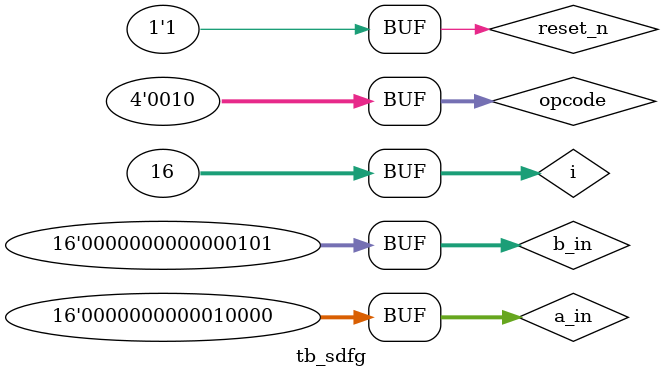
<source format=v>
`timescale 1ns / 1ps


module tb_sdfg();
 reg clock;
    reg reset_n;
    reg [15:0] a_in, b_in;
    reg [3:0] opcode;
    wire [15:0] ALU_OUT;
    wire CarryOut;
    wire sign;
    wire zero;
    wire parity;
 
    integer i;
    
    alu_16_bit DUT (clk,reset_n, a_in,b_in, opcode,ALU_Out,CarryOut,sign,zero,parity);
   
 
    initial clock = 1'b0; 
 
  
    always #10 clock = ~clk;
 
   
    initial begin
        a_in = 16'h0;
        b_in = 16'h0;
        opcode = 4'h0;
        reset_n= 0;
         #100 reset_n =1;
         a_in = 16'h10;
        b_in = 16'h05;
        opcode = 4'h2;
  
        for (i=0;i<=15;i=i+1) begin
            opcode = opcode + 8'h01;
            #200;
         end
     end
endmodule

</source>
